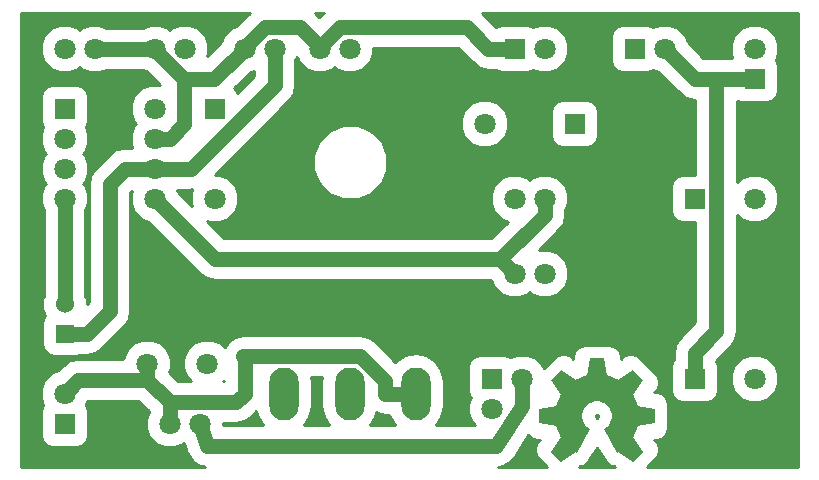
<source format=gtl>
G04 (created by PCBNEW (2013-jul-07)-stable) date 2014年08月03日 (週日) 20時36分34秒*
%MOIN*%
G04 Gerber Fmt 3.4, Leading zero omitted, Abs format*
%FSLAX34Y34*%
G01*
G70*
G90*
G04 APERTURE LIST*
%ADD10C,0.00590551*%
%ADD11O,0.0984X0.1772*%
%ADD12R,0.06X0.06*%
%ADD13C,0.06*%
%ADD14R,0.07X0.07*%
%ADD15C,0.0708661*%
%ADD16R,0.0708661X0.0708661*%
%ADD17C,0.0511811*%
%ADD18C,0.01*%
G04 APERTURE END LIST*
G54D10*
G54D11*
X56500Y-48000D03*
X54300Y-48000D03*
X58700Y-48000D03*
G54D12*
X47000Y-46000D03*
G54D13*
X47000Y-45000D03*
G54D14*
X68000Y-41500D03*
G54D15*
X70000Y-41500D03*
G54D14*
X68000Y-47500D03*
G54D15*
X70000Y-47500D03*
G54D16*
X52000Y-38500D03*
G54D15*
X52000Y-41500D03*
G54D16*
X64000Y-39000D03*
G54D15*
X61000Y-39000D03*
G54D16*
X62000Y-36500D03*
G54D15*
X63000Y-36500D03*
G54D16*
X66000Y-36500D03*
G54D15*
X67000Y-36500D03*
X48000Y-36500D03*
X47000Y-36500D03*
X51500Y-49000D03*
X50500Y-49000D03*
X50000Y-36500D03*
X51000Y-36500D03*
X62000Y-41500D03*
X63000Y-41500D03*
X62000Y-44000D03*
X63000Y-44000D03*
G54D16*
X47000Y-38500D03*
G54D15*
X47000Y-39500D03*
X47000Y-40500D03*
X47000Y-41500D03*
X50000Y-41500D03*
X50000Y-40500D03*
X50000Y-39500D03*
X50000Y-38500D03*
G54D16*
X47000Y-49000D03*
G54D15*
X47000Y-48000D03*
G54D16*
X70000Y-37500D03*
G54D15*
X70000Y-36500D03*
X55500Y-36500D03*
X56500Y-36500D03*
X53000Y-36500D03*
X54000Y-36500D03*
G54D10*
G36*
X64982Y-46815D02*
X65092Y-47405D01*
X64408Y-47405D01*
X64518Y-46815D01*
X64982Y-46815D01*
X64982Y-46815D01*
G37*
G36*
X66281Y-47546D02*
X65942Y-48041D01*
X65458Y-47557D01*
X65953Y-47218D01*
X66281Y-47546D01*
X66281Y-47546D01*
G37*
G36*
X66685Y-48982D02*
X66095Y-49092D01*
X66095Y-48408D01*
X66685Y-48518D01*
X66685Y-48982D01*
X66685Y-48982D01*
G37*
G36*
X65953Y-50281D02*
X65458Y-49942D01*
X65942Y-49458D01*
X66281Y-49953D01*
X65953Y-50281D01*
X65953Y-50281D01*
G37*
G36*
X63546Y-47218D02*
X64041Y-47557D01*
X63557Y-48041D01*
X63218Y-47546D01*
X63546Y-47218D01*
X63546Y-47218D01*
G37*
G36*
X62815Y-48518D02*
X63405Y-48408D01*
X63405Y-49092D01*
X62815Y-48982D01*
X62815Y-48518D01*
X62815Y-48518D01*
G37*
G36*
X63218Y-49953D02*
X63557Y-49458D01*
X64041Y-49942D01*
X63546Y-50281D01*
X63218Y-49953D01*
X63218Y-49953D01*
G37*
G36*
X65044Y-47356D02*
X64881Y-48258D01*
X64618Y-48258D01*
X64455Y-47356D01*
X65044Y-47356D01*
X65044Y-47356D01*
G37*
G36*
X64489Y-47349D02*
X64684Y-48245D01*
X64441Y-48345D01*
X63945Y-47575D01*
X64489Y-47349D01*
X64489Y-47349D01*
G37*
G36*
X65554Y-47575D02*
X65058Y-48345D01*
X64815Y-48245D01*
X65010Y-47349D01*
X65554Y-47575D01*
X65554Y-47575D01*
G37*
G36*
X65943Y-47973D02*
X65190Y-48495D01*
X65004Y-48309D01*
X65526Y-47556D01*
X65943Y-47973D01*
X65943Y-47973D01*
G37*
G36*
X63973Y-47556D02*
X64495Y-48309D01*
X64309Y-48495D01*
X63556Y-47973D01*
X63973Y-47556D01*
X63973Y-47556D01*
G37*
G36*
X66150Y-48489D02*
X65254Y-48684D01*
X65154Y-48441D01*
X65924Y-47945D01*
X66150Y-48489D01*
X66150Y-48489D01*
G37*
G36*
X63575Y-47945D02*
X64345Y-48441D01*
X64245Y-48684D01*
X63349Y-48489D01*
X63575Y-47945D01*
X63575Y-47945D01*
G37*
G36*
X66144Y-49044D02*
X65242Y-48881D01*
X65242Y-48618D01*
X66144Y-48455D01*
X66144Y-49044D01*
X66144Y-49044D01*
G37*
G36*
X63356Y-48455D02*
X64258Y-48618D01*
X64258Y-48881D01*
X63356Y-49044D01*
X63356Y-48455D01*
X63356Y-48455D01*
G37*
G36*
X63349Y-49010D02*
X64245Y-48815D01*
X64345Y-49058D01*
X63575Y-49554D01*
X63349Y-49010D01*
X63349Y-49010D01*
G37*
G36*
X65924Y-49554D02*
X65154Y-49058D01*
X65254Y-48815D01*
X66150Y-49010D01*
X65924Y-49554D01*
X65924Y-49554D01*
G37*
G36*
X65526Y-49943D02*
X65004Y-49190D01*
X65190Y-49004D01*
X65943Y-49526D01*
X65526Y-49943D01*
X65526Y-49943D01*
G37*
G36*
X63556Y-49526D02*
X64309Y-49004D01*
X64495Y-49190D01*
X63973Y-49943D01*
X63556Y-49526D01*
X63556Y-49526D01*
G37*
G36*
X63854Y-49827D02*
X64422Y-49122D01*
X64531Y-49195D01*
X64099Y-49991D01*
X63854Y-49827D01*
X63854Y-49827D01*
G37*
G36*
X65400Y-49991D02*
X64968Y-49195D01*
X65077Y-49122D01*
X65645Y-49827D01*
X65400Y-49991D01*
X65400Y-49991D01*
G37*
G54D15*
X62250Y-47500D03*
G54D16*
X61250Y-47500D03*
G54D15*
X61250Y-48500D03*
X51750Y-47000D03*
X49750Y-47000D03*
G54D17*
X53000Y-46750D02*
X53000Y-48000D01*
X51430Y-48284D02*
X50500Y-48284D01*
X52715Y-48284D02*
X51430Y-48284D01*
X53000Y-48000D02*
X52715Y-48284D01*
X56854Y-46750D02*
X53000Y-46750D01*
X53000Y-46750D02*
X52964Y-46750D01*
X57696Y-47592D02*
X56854Y-46750D01*
X57696Y-48000D02*
X57696Y-47592D01*
X57696Y-48000D02*
X58700Y-48000D01*
X47000Y-45000D02*
X47000Y-41500D01*
X49750Y-47000D02*
X49750Y-47534D01*
X47465Y-47534D02*
X47000Y-48000D01*
X49750Y-47534D02*
X47465Y-47534D01*
X49750Y-47534D02*
X50500Y-48284D01*
X50500Y-48284D02*
X50500Y-49000D01*
X62000Y-44000D02*
X61517Y-43517D01*
X61517Y-43517D02*
X61517Y-43517D01*
X52017Y-43517D02*
X61517Y-43517D01*
X50000Y-41500D02*
X52017Y-43517D01*
X63000Y-42035D02*
X63000Y-41500D01*
X61517Y-43517D02*
X63000Y-42035D01*
X50000Y-40500D02*
X49000Y-40500D01*
X47750Y-46000D02*
X47000Y-46000D01*
X48500Y-45250D02*
X47750Y-46000D01*
X48500Y-41000D02*
X48500Y-45250D01*
X49000Y-40500D02*
X48500Y-41000D01*
X54000Y-37715D02*
X54000Y-36500D01*
X51215Y-40500D02*
X54000Y-37715D01*
X50000Y-40500D02*
X51215Y-40500D01*
X68000Y-47500D02*
X68000Y-46638D01*
X68718Y-45919D02*
X68000Y-46638D01*
X68718Y-37500D02*
X68718Y-45919D01*
X70000Y-37500D02*
X68718Y-37500D01*
X68000Y-37500D02*
X67000Y-36500D01*
X68718Y-37500D02*
X68000Y-37500D01*
X51760Y-49760D02*
X51500Y-49000D01*
X62250Y-47500D02*
X62250Y-48401D01*
X62250Y-48401D02*
X61391Y-49760D01*
X61391Y-49760D02*
X51760Y-49760D01*
X50000Y-39500D02*
X50500Y-39500D01*
X50974Y-39025D02*
X50974Y-37517D01*
X50974Y-39025D02*
X50500Y-39500D01*
X50000Y-36500D02*
X48000Y-36500D01*
X62000Y-36500D02*
X61133Y-36500D01*
X56172Y-35779D02*
X55500Y-36452D01*
X60413Y-35779D02*
X56172Y-35779D01*
X61133Y-36500D02*
X60413Y-35779D01*
X55500Y-36452D02*
X55500Y-36500D01*
X50000Y-36542D02*
X50000Y-36500D01*
X50974Y-37517D02*
X50000Y-36542D01*
X54837Y-35789D02*
X55500Y-36452D01*
X53671Y-35789D02*
X54837Y-35789D01*
X53000Y-36461D02*
X53671Y-35789D01*
X53000Y-36500D02*
X53000Y-36461D01*
X51982Y-37517D02*
X50974Y-37517D01*
X53000Y-36500D02*
X51982Y-37517D01*
G54D10*
G36*
X51264Y-41189D02*
X51202Y-41340D01*
X51201Y-41658D01*
X51240Y-41750D01*
X50774Y-41285D01*
X50739Y-41199D01*
X51215Y-41199D01*
X51264Y-41189D01*
X51264Y-41189D01*
G37*
G54D18*
X51264Y-41189D02*
X51202Y-41340D01*
X51201Y-41658D01*
X51240Y-41750D01*
X50774Y-41285D01*
X50739Y-41199D01*
X51215Y-41199D01*
X51264Y-41189D01*
G54D10*
G36*
X52300Y-47584D02*
X52293Y-47584D01*
X52300Y-47578D01*
X52300Y-47584D01*
X52300Y-47584D01*
G37*
G54D18*
X52300Y-47584D02*
X52293Y-47584D01*
X52300Y-47578D01*
X52300Y-47584D01*
G54D10*
G36*
X53300Y-37426D02*
X52760Y-37966D01*
X52730Y-37894D01*
X52662Y-37826D01*
X53214Y-37274D01*
X53300Y-37239D01*
X53300Y-37426D01*
X53300Y-37426D01*
G37*
G54D18*
X53300Y-37426D02*
X52760Y-37966D01*
X52730Y-37894D01*
X52662Y-37826D01*
X53214Y-37274D01*
X53300Y-37239D01*
X53300Y-37426D01*
G54D10*
G36*
X53624Y-49060D02*
X52297Y-49060D01*
X52298Y-48984D01*
X52715Y-48984D01*
X52983Y-48930D01*
X52983Y-48930D01*
X53210Y-48779D01*
X53398Y-48591D01*
X53435Y-48778D01*
X53624Y-49060D01*
X53624Y-49060D01*
G37*
G54D18*
X53624Y-49060D02*
X52297Y-49060D01*
X52298Y-48984D01*
X52715Y-48984D01*
X52983Y-48930D01*
X52983Y-48930D01*
X53210Y-48779D01*
X53398Y-48591D01*
X53435Y-48778D01*
X53624Y-49060D01*
G54D10*
G36*
X55662Y-35300D02*
X55499Y-35462D01*
X55337Y-35300D01*
X55662Y-35300D01*
X55662Y-35300D01*
G37*
G54D18*
X55662Y-35300D02*
X55499Y-35462D01*
X55337Y-35300D01*
X55662Y-35300D01*
G54D10*
G36*
X55824Y-49060D02*
X54975Y-49060D01*
X55164Y-48778D01*
X55235Y-48420D01*
X55235Y-47579D01*
X55209Y-47449D01*
X55590Y-47449D01*
X55564Y-47579D01*
X55564Y-48420D01*
X55635Y-48778D01*
X55824Y-49060D01*
X55824Y-49060D01*
G37*
G54D18*
X55824Y-49060D02*
X54975Y-49060D01*
X55164Y-48778D01*
X55235Y-48420D01*
X55235Y-47579D01*
X55209Y-47449D01*
X55590Y-47449D01*
X55564Y-47579D01*
X55564Y-48420D01*
X55635Y-48778D01*
X55824Y-49060D01*
G54D10*
G36*
X58024Y-49060D02*
X57175Y-49060D01*
X57364Y-48778D01*
X57395Y-48624D01*
X57428Y-48646D01*
X57696Y-48699D01*
X57819Y-48699D01*
X57835Y-48778D01*
X58024Y-49060D01*
X58024Y-49060D01*
G37*
G54D18*
X58024Y-49060D02*
X57175Y-49060D01*
X57364Y-48778D01*
X57395Y-48624D01*
X57428Y-48646D01*
X57696Y-48699D01*
X57819Y-48699D01*
X57835Y-48778D01*
X58024Y-49060D01*
G54D10*
G36*
X63087Y-50450D02*
X61440Y-50450D01*
X61467Y-50444D01*
X61545Y-50442D01*
X61599Y-50418D01*
X61658Y-50406D01*
X61723Y-50363D01*
X61794Y-50331D01*
X61835Y-50288D01*
X61885Y-50254D01*
X61929Y-50190D01*
X61982Y-50133D01*
X62465Y-49369D01*
X62563Y-49468D01*
X62726Y-49535D01*
X62853Y-49535D01*
X62764Y-49624D01*
X62696Y-49787D01*
X62696Y-49964D01*
X62764Y-50127D01*
X62889Y-50251D01*
X63087Y-50450D01*
X63087Y-50450D01*
G37*
G54D18*
X63087Y-50450D02*
X61440Y-50450D01*
X61467Y-50444D01*
X61545Y-50442D01*
X61599Y-50418D01*
X61658Y-50406D01*
X61723Y-50363D01*
X61794Y-50331D01*
X61835Y-50288D01*
X61885Y-50254D01*
X61929Y-50190D01*
X61982Y-50133D01*
X62465Y-49369D01*
X62563Y-49468D01*
X62726Y-49535D01*
X62853Y-49535D01*
X62764Y-49624D01*
X62696Y-49787D01*
X62696Y-49964D01*
X62764Y-50127D01*
X62889Y-50251D01*
X63087Y-50450D01*
G54D10*
G36*
X64798Y-48758D02*
X64791Y-48775D01*
X64777Y-48788D01*
X64749Y-48807D01*
X64722Y-48788D01*
X64708Y-48775D01*
X64701Y-48758D01*
X64701Y-48741D01*
X64708Y-48724D01*
X64724Y-48708D01*
X64741Y-48701D01*
X64758Y-48701D01*
X64775Y-48708D01*
X64791Y-48724D01*
X64798Y-48741D01*
X64798Y-48758D01*
X64798Y-48758D01*
G37*
G54D18*
X64798Y-48758D02*
X64791Y-48775D01*
X64777Y-48788D01*
X64749Y-48807D01*
X64722Y-48788D01*
X64708Y-48775D01*
X64701Y-48758D01*
X64701Y-48741D01*
X64708Y-48724D01*
X64724Y-48708D01*
X64741Y-48701D01*
X64758Y-48701D01*
X64775Y-48708D01*
X64791Y-48724D01*
X64798Y-48741D01*
X64798Y-48758D01*
G54D10*
G36*
X65338Y-50450D02*
X64161Y-50450D01*
X64184Y-50426D01*
X64272Y-50408D01*
X64419Y-50310D01*
X64517Y-50163D01*
X64749Y-49815D01*
X65080Y-50310D01*
X65227Y-50408D01*
X65315Y-50426D01*
X65338Y-50450D01*
X65338Y-50450D01*
G37*
G54D18*
X65338Y-50450D02*
X64161Y-50450D01*
X64184Y-50426D01*
X64272Y-50408D01*
X64419Y-50310D01*
X64517Y-50163D01*
X64749Y-49815D01*
X65080Y-50310D01*
X65227Y-50408D01*
X65315Y-50426D01*
X65338Y-50450D01*
G54D10*
G36*
X71450Y-50450D02*
X70798Y-50450D01*
X70798Y-47341D01*
X70798Y-41341D01*
X70676Y-41048D01*
X70452Y-40823D01*
X70159Y-40702D01*
X69841Y-40701D01*
X69548Y-40823D01*
X69418Y-40953D01*
X69418Y-38240D01*
X69557Y-38298D01*
X69733Y-38298D01*
X70442Y-38298D01*
X70605Y-38230D01*
X70730Y-38105D01*
X70798Y-37942D01*
X70798Y-37766D01*
X70798Y-37057D01*
X70730Y-36894D01*
X70709Y-36873D01*
X70797Y-36659D01*
X70798Y-36341D01*
X70676Y-36048D01*
X70452Y-35823D01*
X70159Y-35702D01*
X69841Y-35701D01*
X69548Y-35823D01*
X69323Y-36047D01*
X69202Y-36340D01*
X69201Y-36658D01*
X69260Y-36800D01*
X68718Y-36800D01*
X68289Y-36800D01*
X67774Y-36285D01*
X67676Y-36048D01*
X67452Y-35823D01*
X67159Y-35702D01*
X66841Y-35701D01*
X66626Y-35790D01*
X66605Y-35769D01*
X66442Y-35701D01*
X66266Y-35701D01*
X65557Y-35701D01*
X65394Y-35769D01*
X65269Y-35894D01*
X65201Y-36057D01*
X65201Y-36233D01*
X65201Y-36942D01*
X65269Y-37105D01*
X65394Y-37230D01*
X65557Y-37298D01*
X65733Y-37298D01*
X66442Y-37298D01*
X66605Y-37230D01*
X66626Y-37209D01*
X66785Y-37275D01*
X67505Y-37994D01*
X67505Y-37994D01*
X67732Y-38146D01*
X67732Y-38146D01*
X68000Y-38199D01*
X68019Y-38199D01*
X68019Y-40706D01*
X67561Y-40706D01*
X67398Y-40773D01*
X67273Y-40898D01*
X67206Y-41061D01*
X67206Y-41238D01*
X67206Y-41938D01*
X67273Y-42101D01*
X67398Y-42226D01*
X67561Y-42293D01*
X67738Y-42293D01*
X68019Y-42293D01*
X68019Y-45629D01*
X67505Y-46143D01*
X67353Y-46370D01*
X67300Y-46638D01*
X67300Y-46872D01*
X67273Y-46898D01*
X67206Y-47061D01*
X67206Y-47238D01*
X67206Y-47938D01*
X67273Y-48101D01*
X67398Y-48226D01*
X67561Y-48293D01*
X67738Y-48293D01*
X68438Y-48293D01*
X68601Y-48226D01*
X68726Y-48101D01*
X68793Y-47938D01*
X68793Y-47761D01*
X68793Y-47061D01*
X68726Y-46900D01*
X69213Y-46414D01*
X69365Y-46187D01*
X69365Y-46187D01*
X69418Y-45919D01*
X69418Y-42046D01*
X69547Y-42176D01*
X69840Y-42297D01*
X70158Y-42298D01*
X70451Y-42176D01*
X70676Y-41952D01*
X70797Y-41659D01*
X70798Y-41341D01*
X70798Y-47341D01*
X70676Y-47048D01*
X70452Y-46823D01*
X70159Y-46702D01*
X69841Y-46701D01*
X69548Y-46823D01*
X69323Y-47047D01*
X69202Y-47340D01*
X69201Y-47658D01*
X69323Y-47951D01*
X69547Y-48176D01*
X69840Y-48297D01*
X70158Y-48298D01*
X70451Y-48176D01*
X70676Y-47952D01*
X70797Y-47659D01*
X70798Y-47341D01*
X70798Y-50450D01*
X66412Y-50450D01*
X66735Y-50127D01*
X66803Y-49964D01*
X66803Y-49787D01*
X66735Y-49624D01*
X66646Y-49535D01*
X66773Y-49535D01*
X66936Y-49468D01*
X67061Y-49343D01*
X67128Y-49180D01*
X67128Y-49003D01*
X67128Y-48319D01*
X67061Y-48156D01*
X66936Y-48031D01*
X66773Y-47964D01*
X66646Y-47964D01*
X66735Y-47875D01*
X66803Y-47712D01*
X66803Y-47535D01*
X66735Y-47372D01*
X66610Y-47248D01*
X66127Y-46764D01*
X65964Y-46696D01*
X65787Y-46696D01*
X65624Y-46764D01*
X65535Y-46853D01*
X65535Y-46726D01*
X65468Y-46563D01*
X65343Y-46438D01*
X65180Y-46371D01*
X65003Y-46371D01*
X64798Y-46371D01*
X64798Y-39442D01*
X64798Y-39266D01*
X64798Y-38557D01*
X64730Y-38394D01*
X64605Y-38269D01*
X64442Y-38201D01*
X64266Y-38201D01*
X63557Y-38201D01*
X63394Y-38269D01*
X63269Y-38394D01*
X63201Y-38557D01*
X63201Y-38733D01*
X63201Y-39442D01*
X63269Y-39605D01*
X63394Y-39730D01*
X63557Y-39798D01*
X63733Y-39798D01*
X64442Y-39798D01*
X64605Y-39730D01*
X64730Y-39605D01*
X64798Y-39442D01*
X64798Y-46371D01*
X64319Y-46371D01*
X64156Y-46438D01*
X64031Y-46563D01*
X63964Y-46726D01*
X63964Y-46853D01*
X63875Y-46764D01*
X63712Y-46696D01*
X63535Y-46696D01*
X63372Y-46764D01*
X63248Y-46889D01*
X62974Y-47163D01*
X62926Y-47048D01*
X62702Y-46823D01*
X62409Y-46702D01*
X62091Y-46701D01*
X61876Y-46790D01*
X61855Y-46769D01*
X61692Y-46701D01*
X61516Y-46701D01*
X60807Y-46701D01*
X60644Y-46769D01*
X60519Y-46894D01*
X60451Y-47057D01*
X60451Y-47233D01*
X60451Y-47942D01*
X60519Y-48105D01*
X60540Y-48126D01*
X60452Y-48340D01*
X60451Y-48658D01*
X60573Y-48951D01*
X60681Y-49060D01*
X59375Y-49060D01*
X59564Y-48778D01*
X59635Y-48420D01*
X59635Y-47579D01*
X59564Y-47221D01*
X59361Y-46918D01*
X59058Y-46715D01*
X58700Y-46644D01*
X58341Y-46715D01*
X58038Y-46918D01*
X58027Y-46934D01*
X57348Y-46255D01*
X57122Y-46103D01*
X56854Y-46050D01*
X53000Y-46050D01*
X52964Y-46050D01*
X52696Y-46103D01*
X52469Y-46255D01*
X52335Y-46456D01*
X52202Y-46323D01*
X51909Y-46202D01*
X51591Y-46201D01*
X51298Y-46323D01*
X51073Y-46547D01*
X50952Y-46840D01*
X50951Y-47158D01*
X51073Y-47451D01*
X51206Y-47584D01*
X50789Y-47584D01*
X50494Y-47289D01*
X50547Y-47159D01*
X50548Y-46841D01*
X50426Y-46548D01*
X50202Y-46323D01*
X49909Y-46202D01*
X49591Y-46201D01*
X49298Y-46323D01*
X49073Y-46547D01*
X48954Y-46834D01*
X47465Y-46834D01*
X47197Y-46888D01*
X46970Y-47039D01*
X46785Y-47225D01*
X46548Y-47323D01*
X46323Y-47547D01*
X46202Y-47840D01*
X46201Y-48158D01*
X46290Y-48373D01*
X46269Y-48394D01*
X46201Y-48557D01*
X46201Y-48733D01*
X46201Y-49442D01*
X46269Y-49605D01*
X46394Y-49730D01*
X46557Y-49798D01*
X46733Y-49798D01*
X47442Y-49798D01*
X47605Y-49730D01*
X47730Y-49605D01*
X47798Y-49442D01*
X47798Y-49266D01*
X47798Y-48557D01*
X47730Y-48394D01*
X47709Y-48373D01*
X47766Y-48234D01*
X49460Y-48234D01*
X49800Y-48574D01*
X49800Y-48603D01*
X49702Y-48840D01*
X49701Y-49158D01*
X49823Y-49451D01*
X50047Y-49676D01*
X50340Y-49797D01*
X50658Y-49798D01*
X50951Y-49676D01*
X50981Y-49646D01*
X51098Y-49986D01*
X51109Y-50005D01*
X51113Y-50027D01*
X51177Y-50123D01*
X51235Y-50222D01*
X51253Y-50236D01*
X51265Y-50254D01*
X51360Y-50318D01*
X51452Y-50388D01*
X51473Y-50394D01*
X51492Y-50406D01*
X51605Y-50428D01*
X51684Y-50450D01*
X45550Y-50450D01*
X45550Y-35300D01*
X53171Y-35300D01*
X52719Y-35752D01*
X52548Y-35823D01*
X52323Y-36047D01*
X52224Y-36285D01*
X51760Y-36750D01*
X51797Y-36659D01*
X51798Y-36341D01*
X51676Y-36048D01*
X51452Y-35823D01*
X51159Y-35702D01*
X50841Y-35701D01*
X50548Y-35823D01*
X50500Y-35871D01*
X50452Y-35823D01*
X50159Y-35702D01*
X49841Y-35701D01*
X49603Y-35800D01*
X48396Y-35800D01*
X48159Y-35702D01*
X47841Y-35701D01*
X47548Y-35823D01*
X47500Y-35871D01*
X47452Y-35823D01*
X47159Y-35702D01*
X46841Y-35701D01*
X46548Y-35823D01*
X46323Y-36047D01*
X46202Y-36340D01*
X46201Y-36658D01*
X46323Y-36951D01*
X46547Y-37176D01*
X46840Y-37297D01*
X47158Y-37298D01*
X47451Y-37176D01*
X47499Y-37128D01*
X47547Y-37176D01*
X47840Y-37297D01*
X48158Y-37298D01*
X48396Y-37199D01*
X49603Y-37199D01*
X49713Y-37245D01*
X50178Y-37709D01*
X50159Y-37702D01*
X49841Y-37701D01*
X49548Y-37823D01*
X49323Y-38047D01*
X49202Y-38340D01*
X49201Y-38658D01*
X49323Y-38951D01*
X49371Y-38999D01*
X49323Y-39047D01*
X49202Y-39340D01*
X49201Y-39658D01*
X49260Y-39800D01*
X49000Y-39800D01*
X48732Y-39853D01*
X48505Y-40005D01*
X48005Y-40505D01*
X47853Y-40732D01*
X47800Y-41000D01*
X47800Y-44960D01*
X47743Y-45016D01*
X47743Y-44852D01*
X47699Y-44745D01*
X47699Y-41896D01*
X47797Y-41659D01*
X47798Y-41341D01*
X47676Y-41048D01*
X47628Y-41000D01*
X47676Y-40952D01*
X47797Y-40659D01*
X47798Y-40341D01*
X47676Y-40048D01*
X47628Y-40000D01*
X47676Y-39952D01*
X47797Y-39659D01*
X47798Y-39341D01*
X47709Y-39126D01*
X47730Y-39105D01*
X47798Y-38942D01*
X47798Y-38766D01*
X47798Y-38057D01*
X47730Y-37894D01*
X47605Y-37769D01*
X47442Y-37701D01*
X47266Y-37701D01*
X46557Y-37701D01*
X46394Y-37769D01*
X46269Y-37894D01*
X46201Y-38057D01*
X46201Y-38233D01*
X46201Y-38942D01*
X46269Y-39105D01*
X46290Y-39126D01*
X46202Y-39340D01*
X46201Y-39658D01*
X46323Y-39951D01*
X46371Y-39999D01*
X46323Y-40047D01*
X46202Y-40340D01*
X46201Y-40658D01*
X46323Y-40951D01*
X46371Y-40999D01*
X46323Y-41047D01*
X46202Y-41340D01*
X46201Y-41658D01*
X46300Y-41896D01*
X46300Y-44745D01*
X46256Y-44851D01*
X46256Y-45147D01*
X46364Y-45408D01*
X46323Y-45448D01*
X46256Y-45611D01*
X46256Y-45788D01*
X46256Y-46388D01*
X46323Y-46551D01*
X46448Y-46676D01*
X46611Y-46743D01*
X46788Y-46743D01*
X47388Y-46743D01*
X47494Y-46699D01*
X47750Y-46699D01*
X48017Y-46646D01*
X48017Y-46646D01*
X48244Y-46494D01*
X48994Y-45744D01*
X49146Y-45517D01*
X49146Y-45517D01*
X49199Y-45250D01*
X49199Y-41289D01*
X49239Y-41249D01*
X49202Y-41340D01*
X49201Y-41658D01*
X49323Y-41951D01*
X49547Y-42176D01*
X49785Y-42275D01*
X51523Y-44012D01*
X51523Y-44012D01*
X51750Y-44164D01*
X51750Y-44164D01*
X52017Y-44217D01*
X61226Y-44217D01*
X61323Y-44451D01*
X61547Y-44676D01*
X61840Y-44797D01*
X62158Y-44798D01*
X62451Y-44676D01*
X62499Y-44628D01*
X62547Y-44676D01*
X62840Y-44797D01*
X63158Y-44798D01*
X63451Y-44676D01*
X63676Y-44452D01*
X63797Y-44159D01*
X63798Y-43841D01*
X63676Y-43548D01*
X63452Y-43323D01*
X63159Y-43202D01*
X62841Y-43201D01*
X62810Y-43214D01*
X63494Y-42530D01*
X63646Y-42303D01*
X63646Y-42303D01*
X63699Y-42035D01*
X63699Y-41896D01*
X63797Y-41659D01*
X63798Y-41341D01*
X63676Y-41048D01*
X63452Y-40823D01*
X63159Y-40702D01*
X62841Y-40701D01*
X62548Y-40823D01*
X62500Y-40871D01*
X62452Y-40823D01*
X62159Y-40702D01*
X61841Y-40701D01*
X61798Y-40719D01*
X61798Y-38841D01*
X61676Y-38548D01*
X61452Y-38323D01*
X61159Y-38202D01*
X60841Y-38201D01*
X60548Y-38323D01*
X60323Y-38547D01*
X60202Y-38840D01*
X60201Y-39158D01*
X60323Y-39451D01*
X60547Y-39676D01*
X60840Y-39797D01*
X61158Y-39798D01*
X61451Y-39676D01*
X61676Y-39452D01*
X61797Y-39159D01*
X61798Y-38841D01*
X61798Y-40719D01*
X61548Y-40823D01*
X61323Y-41047D01*
X61202Y-41340D01*
X61201Y-41658D01*
X61323Y-41951D01*
X61547Y-42176D01*
X61775Y-42270D01*
X61228Y-42818D01*
X57756Y-42818D01*
X57756Y-40051D01*
X57569Y-39598D01*
X57223Y-39251D01*
X56770Y-39064D01*
X56281Y-39063D01*
X55828Y-39250D01*
X55481Y-39596D01*
X55294Y-40049D01*
X55293Y-40538D01*
X55480Y-40991D01*
X55826Y-41338D01*
X56279Y-41525D01*
X56768Y-41526D01*
X57221Y-41339D01*
X57568Y-40993D01*
X57755Y-40540D01*
X57756Y-40051D01*
X57756Y-42818D01*
X52307Y-42818D01*
X51749Y-42260D01*
X51840Y-42297D01*
X52158Y-42298D01*
X52451Y-42176D01*
X52676Y-41952D01*
X52797Y-41659D01*
X52798Y-41341D01*
X52676Y-41048D01*
X52452Y-40823D01*
X52159Y-40702D01*
X52003Y-40701D01*
X54494Y-38210D01*
X54646Y-37983D01*
X54646Y-37983D01*
X54699Y-37715D01*
X54699Y-36896D01*
X54750Y-36774D01*
X54823Y-36951D01*
X55047Y-37176D01*
X55340Y-37297D01*
X55658Y-37298D01*
X55951Y-37176D01*
X55999Y-37128D01*
X56047Y-37176D01*
X56340Y-37297D01*
X56658Y-37298D01*
X56951Y-37176D01*
X57176Y-36952D01*
X57297Y-36659D01*
X57298Y-36479D01*
X60123Y-36479D01*
X60639Y-36994D01*
X60866Y-37146D01*
X60866Y-37146D01*
X61133Y-37199D01*
X61133Y-37199D01*
X61133Y-37199D01*
X61363Y-37199D01*
X61394Y-37230D01*
X61557Y-37298D01*
X61733Y-37298D01*
X62442Y-37298D01*
X62605Y-37230D01*
X62626Y-37209D01*
X62840Y-37297D01*
X63158Y-37298D01*
X63451Y-37176D01*
X63676Y-36952D01*
X63797Y-36659D01*
X63798Y-36341D01*
X63676Y-36048D01*
X63452Y-35823D01*
X63159Y-35702D01*
X62841Y-35701D01*
X62626Y-35790D01*
X62605Y-35769D01*
X62442Y-35701D01*
X62266Y-35701D01*
X61557Y-35701D01*
X61394Y-35769D01*
X61393Y-35770D01*
X60923Y-35300D01*
X71450Y-35300D01*
X71450Y-50450D01*
X71450Y-50450D01*
G37*
G54D18*
X71450Y-50450D02*
X70798Y-50450D01*
X70798Y-47341D01*
X70798Y-41341D01*
X70676Y-41048D01*
X70452Y-40823D01*
X70159Y-40702D01*
X69841Y-40701D01*
X69548Y-40823D01*
X69418Y-40953D01*
X69418Y-38240D01*
X69557Y-38298D01*
X69733Y-38298D01*
X70442Y-38298D01*
X70605Y-38230D01*
X70730Y-38105D01*
X70798Y-37942D01*
X70798Y-37766D01*
X70798Y-37057D01*
X70730Y-36894D01*
X70709Y-36873D01*
X70797Y-36659D01*
X70798Y-36341D01*
X70676Y-36048D01*
X70452Y-35823D01*
X70159Y-35702D01*
X69841Y-35701D01*
X69548Y-35823D01*
X69323Y-36047D01*
X69202Y-36340D01*
X69201Y-36658D01*
X69260Y-36800D01*
X68718Y-36800D01*
X68289Y-36800D01*
X67774Y-36285D01*
X67676Y-36048D01*
X67452Y-35823D01*
X67159Y-35702D01*
X66841Y-35701D01*
X66626Y-35790D01*
X66605Y-35769D01*
X66442Y-35701D01*
X66266Y-35701D01*
X65557Y-35701D01*
X65394Y-35769D01*
X65269Y-35894D01*
X65201Y-36057D01*
X65201Y-36233D01*
X65201Y-36942D01*
X65269Y-37105D01*
X65394Y-37230D01*
X65557Y-37298D01*
X65733Y-37298D01*
X66442Y-37298D01*
X66605Y-37230D01*
X66626Y-37209D01*
X66785Y-37275D01*
X67505Y-37994D01*
X67505Y-37994D01*
X67732Y-38146D01*
X67732Y-38146D01*
X68000Y-38199D01*
X68019Y-38199D01*
X68019Y-40706D01*
X67561Y-40706D01*
X67398Y-40773D01*
X67273Y-40898D01*
X67206Y-41061D01*
X67206Y-41238D01*
X67206Y-41938D01*
X67273Y-42101D01*
X67398Y-42226D01*
X67561Y-42293D01*
X67738Y-42293D01*
X68019Y-42293D01*
X68019Y-45629D01*
X67505Y-46143D01*
X67353Y-46370D01*
X67300Y-46638D01*
X67300Y-46872D01*
X67273Y-46898D01*
X67206Y-47061D01*
X67206Y-47238D01*
X67206Y-47938D01*
X67273Y-48101D01*
X67398Y-48226D01*
X67561Y-48293D01*
X67738Y-48293D01*
X68438Y-48293D01*
X68601Y-48226D01*
X68726Y-48101D01*
X68793Y-47938D01*
X68793Y-47761D01*
X68793Y-47061D01*
X68726Y-46900D01*
X69213Y-46414D01*
X69365Y-46187D01*
X69365Y-46187D01*
X69418Y-45919D01*
X69418Y-42046D01*
X69547Y-42176D01*
X69840Y-42297D01*
X70158Y-42298D01*
X70451Y-42176D01*
X70676Y-41952D01*
X70797Y-41659D01*
X70798Y-41341D01*
X70798Y-47341D01*
X70676Y-47048D01*
X70452Y-46823D01*
X70159Y-46702D01*
X69841Y-46701D01*
X69548Y-46823D01*
X69323Y-47047D01*
X69202Y-47340D01*
X69201Y-47658D01*
X69323Y-47951D01*
X69547Y-48176D01*
X69840Y-48297D01*
X70158Y-48298D01*
X70451Y-48176D01*
X70676Y-47952D01*
X70797Y-47659D01*
X70798Y-47341D01*
X70798Y-50450D01*
X66412Y-50450D01*
X66735Y-50127D01*
X66803Y-49964D01*
X66803Y-49787D01*
X66735Y-49624D01*
X66646Y-49535D01*
X66773Y-49535D01*
X66936Y-49468D01*
X67061Y-49343D01*
X67128Y-49180D01*
X67128Y-49003D01*
X67128Y-48319D01*
X67061Y-48156D01*
X66936Y-48031D01*
X66773Y-47964D01*
X66646Y-47964D01*
X66735Y-47875D01*
X66803Y-47712D01*
X66803Y-47535D01*
X66735Y-47372D01*
X66610Y-47248D01*
X66127Y-46764D01*
X65964Y-46696D01*
X65787Y-46696D01*
X65624Y-46764D01*
X65535Y-46853D01*
X65535Y-46726D01*
X65468Y-46563D01*
X65343Y-46438D01*
X65180Y-46371D01*
X65003Y-46371D01*
X64798Y-46371D01*
X64798Y-39442D01*
X64798Y-39266D01*
X64798Y-38557D01*
X64730Y-38394D01*
X64605Y-38269D01*
X64442Y-38201D01*
X64266Y-38201D01*
X63557Y-38201D01*
X63394Y-38269D01*
X63269Y-38394D01*
X63201Y-38557D01*
X63201Y-38733D01*
X63201Y-39442D01*
X63269Y-39605D01*
X63394Y-39730D01*
X63557Y-39798D01*
X63733Y-39798D01*
X64442Y-39798D01*
X64605Y-39730D01*
X64730Y-39605D01*
X64798Y-39442D01*
X64798Y-46371D01*
X64319Y-46371D01*
X64156Y-46438D01*
X64031Y-46563D01*
X63964Y-46726D01*
X63964Y-46853D01*
X63875Y-46764D01*
X63712Y-46696D01*
X63535Y-46696D01*
X63372Y-46764D01*
X63248Y-46889D01*
X62974Y-47163D01*
X62926Y-47048D01*
X62702Y-46823D01*
X62409Y-46702D01*
X62091Y-46701D01*
X61876Y-46790D01*
X61855Y-46769D01*
X61692Y-46701D01*
X61516Y-46701D01*
X60807Y-46701D01*
X60644Y-46769D01*
X60519Y-46894D01*
X60451Y-47057D01*
X60451Y-47233D01*
X60451Y-47942D01*
X60519Y-48105D01*
X60540Y-48126D01*
X60452Y-48340D01*
X60451Y-48658D01*
X60573Y-48951D01*
X60681Y-49060D01*
X59375Y-49060D01*
X59564Y-48778D01*
X59635Y-48420D01*
X59635Y-47579D01*
X59564Y-47221D01*
X59361Y-46918D01*
X59058Y-46715D01*
X58700Y-46644D01*
X58341Y-46715D01*
X58038Y-46918D01*
X58027Y-46934D01*
X57348Y-46255D01*
X57122Y-46103D01*
X56854Y-46050D01*
X53000Y-46050D01*
X52964Y-46050D01*
X52696Y-46103D01*
X52469Y-46255D01*
X52335Y-46456D01*
X52202Y-46323D01*
X51909Y-46202D01*
X51591Y-46201D01*
X51298Y-46323D01*
X51073Y-46547D01*
X50952Y-46840D01*
X50951Y-47158D01*
X51073Y-47451D01*
X51206Y-47584D01*
X50789Y-47584D01*
X50494Y-47289D01*
X50547Y-47159D01*
X50548Y-46841D01*
X50426Y-46548D01*
X50202Y-46323D01*
X49909Y-46202D01*
X49591Y-46201D01*
X49298Y-46323D01*
X49073Y-46547D01*
X48954Y-46834D01*
X47465Y-46834D01*
X47197Y-46888D01*
X46970Y-47039D01*
X46785Y-47225D01*
X46548Y-47323D01*
X46323Y-47547D01*
X46202Y-47840D01*
X46201Y-48158D01*
X46290Y-48373D01*
X46269Y-48394D01*
X46201Y-48557D01*
X46201Y-48733D01*
X46201Y-49442D01*
X46269Y-49605D01*
X46394Y-49730D01*
X46557Y-49798D01*
X46733Y-49798D01*
X47442Y-49798D01*
X47605Y-49730D01*
X47730Y-49605D01*
X47798Y-49442D01*
X47798Y-49266D01*
X47798Y-48557D01*
X47730Y-48394D01*
X47709Y-48373D01*
X47766Y-48234D01*
X49460Y-48234D01*
X49800Y-48574D01*
X49800Y-48603D01*
X49702Y-48840D01*
X49701Y-49158D01*
X49823Y-49451D01*
X50047Y-49676D01*
X50340Y-49797D01*
X50658Y-49798D01*
X50951Y-49676D01*
X50981Y-49646D01*
X51098Y-49986D01*
X51109Y-50005D01*
X51113Y-50027D01*
X51177Y-50123D01*
X51235Y-50222D01*
X51253Y-50236D01*
X51265Y-50254D01*
X51360Y-50318D01*
X51452Y-50388D01*
X51473Y-50394D01*
X51492Y-50406D01*
X51605Y-50428D01*
X51684Y-50450D01*
X45550Y-50450D01*
X45550Y-35300D01*
X53171Y-35300D01*
X52719Y-35752D01*
X52548Y-35823D01*
X52323Y-36047D01*
X52224Y-36285D01*
X51760Y-36750D01*
X51797Y-36659D01*
X51798Y-36341D01*
X51676Y-36048D01*
X51452Y-35823D01*
X51159Y-35702D01*
X50841Y-35701D01*
X50548Y-35823D01*
X50500Y-35871D01*
X50452Y-35823D01*
X50159Y-35702D01*
X49841Y-35701D01*
X49603Y-35800D01*
X48396Y-35800D01*
X48159Y-35702D01*
X47841Y-35701D01*
X47548Y-35823D01*
X47500Y-35871D01*
X47452Y-35823D01*
X47159Y-35702D01*
X46841Y-35701D01*
X46548Y-35823D01*
X46323Y-36047D01*
X46202Y-36340D01*
X46201Y-36658D01*
X46323Y-36951D01*
X46547Y-37176D01*
X46840Y-37297D01*
X47158Y-37298D01*
X47451Y-37176D01*
X47499Y-37128D01*
X47547Y-37176D01*
X47840Y-37297D01*
X48158Y-37298D01*
X48396Y-37199D01*
X49603Y-37199D01*
X49713Y-37245D01*
X50178Y-37709D01*
X50159Y-37702D01*
X49841Y-37701D01*
X49548Y-37823D01*
X49323Y-38047D01*
X49202Y-38340D01*
X49201Y-38658D01*
X49323Y-38951D01*
X49371Y-38999D01*
X49323Y-39047D01*
X49202Y-39340D01*
X49201Y-39658D01*
X49260Y-39800D01*
X49000Y-39800D01*
X48732Y-39853D01*
X48505Y-40005D01*
X48005Y-40505D01*
X47853Y-40732D01*
X47800Y-41000D01*
X47800Y-44960D01*
X47743Y-45016D01*
X47743Y-44852D01*
X47699Y-44745D01*
X47699Y-41896D01*
X47797Y-41659D01*
X47798Y-41341D01*
X47676Y-41048D01*
X47628Y-41000D01*
X47676Y-40952D01*
X47797Y-40659D01*
X47798Y-40341D01*
X47676Y-40048D01*
X47628Y-40000D01*
X47676Y-39952D01*
X47797Y-39659D01*
X47798Y-39341D01*
X47709Y-39126D01*
X47730Y-39105D01*
X47798Y-38942D01*
X47798Y-38766D01*
X47798Y-38057D01*
X47730Y-37894D01*
X47605Y-37769D01*
X47442Y-37701D01*
X47266Y-37701D01*
X46557Y-37701D01*
X46394Y-37769D01*
X46269Y-37894D01*
X46201Y-38057D01*
X46201Y-38233D01*
X46201Y-38942D01*
X46269Y-39105D01*
X46290Y-39126D01*
X46202Y-39340D01*
X46201Y-39658D01*
X46323Y-39951D01*
X46371Y-39999D01*
X46323Y-40047D01*
X46202Y-40340D01*
X46201Y-40658D01*
X46323Y-40951D01*
X46371Y-40999D01*
X46323Y-41047D01*
X46202Y-41340D01*
X46201Y-41658D01*
X46300Y-41896D01*
X46300Y-44745D01*
X46256Y-44851D01*
X46256Y-45147D01*
X46364Y-45408D01*
X46323Y-45448D01*
X46256Y-45611D01*
X46256Y-45788D01*
X46256Y-46388D01*
X46323Y-46551D01*
X46448Y-46676D01*
X46611Y-46743D01*
X46788Y-46743D01*
X47388Y-46743D01*
X47494Y-46699D01*
X47750Y-46699D01*
X48017Y-46646D01*
X48017Y-46646D01*
X48244Y-46494D01*
X48994Y-45744D01*
X49146Y-45517D01*
X49146Y-45517D01*
X49199Y-45250D01*
X49199Y-41289D01*
X49239Y-41249D01*
X49202Y-41340D01*
X49201Y-41658D01*
X49323Y-41951D01*
X49547Y-42176D01*
X49785Y-42275D01*
X51523Y-44012D01*
X51523Y-44012D01*
X51750Y-44164D01*
X51750Y-44164D01*
X52017Y-44217D01*
X61226Y-44217D01*
X61323Y-44451D01*
X61547Y-44676D01*
X61840Y-44797D01*
X62158Y-44798D01*
X62451Y-44676D01*
X62499Y-44628D01*
X62547Y-44676D01*
X62840Y-44797D01*
X63158Y-44798D01*
X63451Y-44676D01*
X63676Y-44452D01*
X63797Y-44159D01*
X63798Y-43841D01*
X63676Y-43548D01*
X63452Y-43323D01*
X63159Y-43202D01*
X62841Y-43201D01*
X62810Y-43214D01*
X63494Y-42530D01*
X63646Y-42303D01*
X63646Y-42303D01*
X63699Y-42035D01*
X63699Y-41896D01*
X63797Y-41659D01*
X63798Y-41341D01*
X63676Y-41048D01*
X63452Y-40823D01*
X63159Y-40702D01*
X62841Y-40701D01*
X62548Y-40823D01*
X62500Y-40871D01*
X62452Y-40823D01*
X62159Y-40702D01*
X61841Y-40701D01*
X61798Y-40719D01*
X61798Y-38841D01*
X61676Y-38548D01*
X61452Y-38323D01*
X61159Y-38202D01*
X60841Y-38201D01*
X60548Y-38323D01*
X60323Y-38547D01*
X60202Y-38840D01*
X60201Y-39158D01*
X60323Y-39451D01*
X60547Y-39676D01*
X60840Y-39797D01*
X61158Y-39798D01*
X61451Y-39676D01*
X61676Y-39452D01*
X61797Y-39159D01*
X61798Y-38841D01*
X61798Y-40719D01*
X61548Y-40823D01*
X61323Y-41047D01*
X61202Y-41340D01*
X61201Y-41658D01*
X61323Y-41951D01*
X61547Y-42176D01*
X61775Y-42270D01*
X61228Y-42818D01*
X57756Y-42818D01*
X57756Y-40051D01*
X57569Y-39598D01*
X57223Y-39251D01*
X56770Y-39064D01*
X56281Y-39063D01*
X55828Y-39250D01*
X55481Y-39596D01*
X55294Y-40049D01*
X55293Y-40538D01*
X55480Y-40991D01*
X55826Y-41338D01*
X56279Y-41525D01*
X56768Y-41526D01*
X57221Y-41339D01*
X57568Y-40993D01*
X57755Y-40540D01*
X57756Y-40051D01*
X57756Y-42818D01*
X52307Y-42818D01*
X51749Y-42260D01*
X51840Y-42297D01*
X52158Y-42298D01*
X52451Y-42176D01*
X52676Y-41952D01*
X52797Y-41659D01*
X52798Y-41341D01*
X52676Y-41048D01*
X52452Y-40823D01*
X52159Y-40702D01*
X52003Y-40701D01*
X54494Y-38210D01*
X54646Y-37983D01*
X54646Y-37983D01*
X54699Y-37715D01*
X54699Y-36896D01*
X54750Y-36774D01*
X54823Y-36951D01*
X55047Y-37176D01*
X55340Y-37297D01*
X55658Y-37298D01*
X55951Y-37176D01*
X55999Y-37128D01*
X56047Y-37176D01*
X56340Y-37297D01*
X56658Y-37298D01*
X56951Y-37176D01*
X57176Y-36952D01*
X57297Y-36659D01*
X57298Y-36479D01*
X60123Y-36479D01*
X60639Y-36994D01*
X60866Y-37146D01*
X60866Y-37146D01*
X61133Y-37199D01*
X61133Y-37199D01*
X61133Y-37199D01*
X61363Y-37199D01*
X61394Y-37230D01*
X61557Y-37298D01*
X61733Y-37298D01*
X62442Y-37298D01*
X62605Y-37230D01*
X62626Y-37209D01*
X62840Y-37297D01*
X63158Y-37298D01*
X63451Y-37176D01*
X63676Y-36952D01*
X63797Y-36659D01*
X63798Y-36341D01*
X63676Y-36048D01*
X63452Y-35823D01*
X63159Y-35702D01*
X62841Y-35701D01*
X62626Y-35790D01*
X62605Y-35769D01*
X62442Y-35701D01*
X62266Y-35701D01*
X61557Y-35701D01*
X61394Y-35769D01*
X61393Y-35770D01*
X60923Y-35300D01*
X71450Y-35300D01*
X71450Y-50450D01*
M02*

</source>
